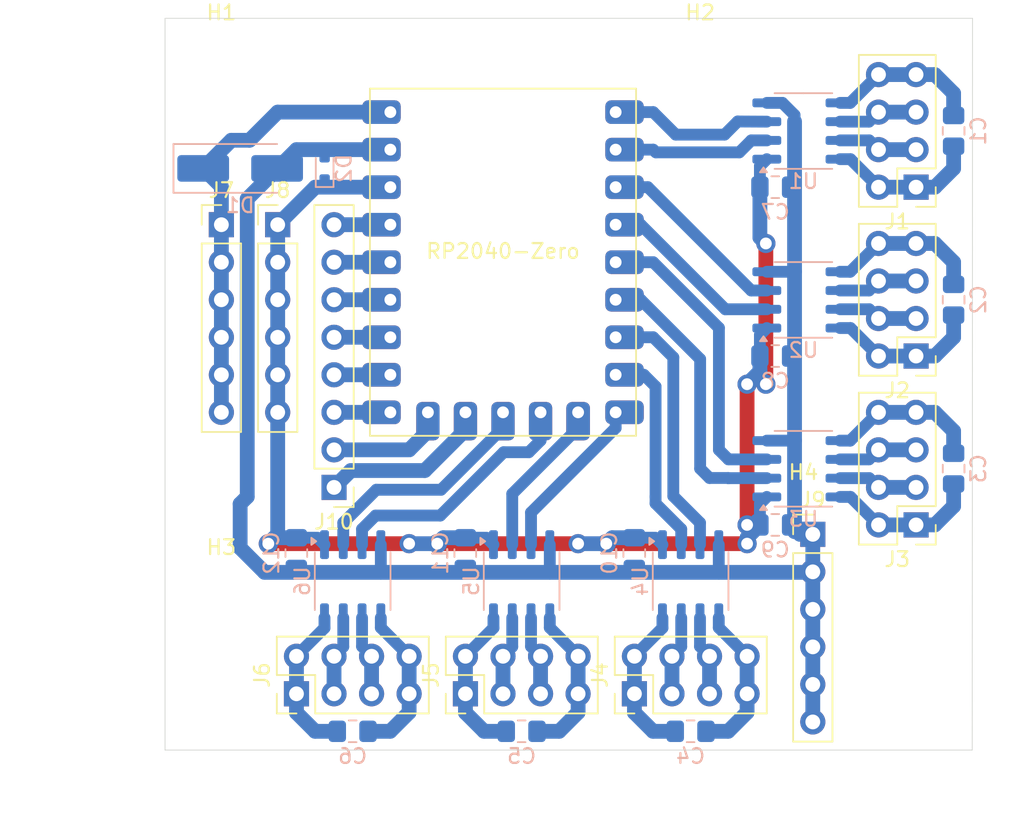
<source format=kicad_pcb>
(kicad_pcb (version 20240108) (generator "pcbnew") (generator_version "8.0")
  (layers (0 "F.Cu" signal) (31 "B.Cu" signal) (34 "B.Paste" user) (35 "F.Paste" user) (36 "B.SilkS" user "B.Silkscreen") (37 "F.SilkS" user "F.Silkscreen") (38 "B.Mask" user) (39 "F.Mask" user) (44 "Edge.Cuts" user))
  (net 0 "")
  (net 1 "/UART0_GND")
  (net 2 "/UART0_VCC")
  (net 3 "/UART1_GND")
  (net 4 "/UART1_VCC")
  (net 5 "/UART2_VCC")
  (net 6 "/UART2_GND")
  (net 7 "/UART3_GND")
  (net 8 "/UART3_VCC")
  (net 9 "/UART4_GND")
  (net 10 "/UART4_VCC")
  (net 11 "/UART5_GND")
  (net 12 "/UART5_VCC")
  (net 13 "+3V3")
  (net 14 "GND")
  (net 15 "+5V")
  (net 16 "Net-(J10-Pin_7)")
  (net 17 "Net-(J10-Pin_5)")
  (net 18 "Net-(J10-Pin_2)")
  (net 19 "Net-(J10-Pin_6)")
  (net 20 "Net-(J10-Pin_8)")
  (net 21 "Net-(J10-Pin_3)")
  (net 22 "Net-(J10-Pin_1)")
  (net 23 "Net-(J10-Pin_4)")
  (net 24 "/UART0_RX")
  (net 25 "/UART0_TX")
  (net 26 "/TX0")
  (net 27 "/RX0")
  (net 28 "/TX1")
  (net 29 "/RX1")
  (net 30 "/UART1_RX")
  (net 31 "/UART1_TX")
  (net 32 "/UART2_RX")
  (net 33 "/RX2")
  (net 34 "/UART2_TX")
  (net 35 "/TX2")
  (net 36 "/RX3")
  (net 37 "/TX3")
  (net 38 "/UART3_TX")
  (net 39 "/UART3_RX")
  (net 40 "/RX4")
  (net 41 "/UART4_RX")
  (net 42 "/UART4_TX")
  (net 43 "/TX4")
  (net 44 "/RX5")
  (net 45 "/UART5_RX")
  (net 46 "/TX5")
  (net 47 "/UART5_TX")
  (footprint "Connector_PinHeader_2.54mm:PinHeader_2x04_P2.54mm_Vertical" (layer "F.Cu") (at 72.39 123.19 90)
    (property "Reference" "J6")
    (property "Value" "Conn_02x04_Odd_Even")
  )
  (footprint "Connector_PinHeader_2.54mm:PinHeader_1x06_P2.54mm_Vertical" (layer "F.Cu") (at 107.315 112.395)
    (property "Reference" "J9")
    (property "Value" "Conn_01x06_Pin")
  )
  (footprint "Connector_PinHeader_2.54mm:PinHeader_2x04_P2.54mm_Vertical" (layer "F.Cu") (at 83.82 123.19 90)
    (property "Reference" "J5")
    (property "Value" "Conn_02x04_Odd_Even")
  )
  (footprint "Connector_PinHeader_2.54mm:PinHeader_2x04_P2.54mm_Vertical" (layer "F.Cu") (at 114.3 100.33 180)
    (property "Reference" "J2")
    (property "Value" "Conn_02x04_Odd_Even")
  )
  (footprint "Connector_PinHeader_2.54mm:PinHeader_2x04_P2.54mm_Vertical" (layer "F.Cu") (at 95.25 123.19 90)
    (property "Reference" "J4")
    (property "Value" "Conn_02x04_Odd_Even")
  )
  (footprint "Connector_PinHeader_2.54mm:PinHeader_2x04_P2.54mm_Vertical" (layer "F.Cu") (at 114.3 88.9 180)
    (property "Reference" "J1")
    (property "Value" "Conn_02x04_Odd_Even")
  )
  (footprint "Connector_PinHeader_2.54mm:PinHeader_1x06_P2.54mm_Vertical" (layer "F.Cu") (at 71.12 91.44)
    (property "Reference" "J8")
    (property "Value" "Conn_01x06_Pin")
  )
  (footprint "ondra:RP2040-Zero" (layer "F.Cu") (at 76.2 106.68)
    (property "Reference" "U7")
    (property "Value" "RP2040-Zero")
  )
  (footprint "Connector_PinHeader_2.54mm:PinHeader_1x08_P2.54mm_Vertical" (layer "F.Cu") (at 74.93 109.22 180)
    (property "Reference" "J10")
    (property "Value" "Conn_01x08_Pin")
  )
  (footprint "MountingHole:MountingHole_3.2mm_M3" (layer "F.Cu") (at 67.31 117.475)
    (property "Reference" "H3")
    (property "Value" "MountingHole")
  )
  (footprint "Connector_PinHeader_2.54mm:PinHeader_2x04_P2.54mm_Vertical" (layer "F.Cu") (at 114.3 111.76 180)
    (property "Reference" "J3")
    (property "Value" "Conn_02x04_Odd_Even")
  )
  (footprint "MountingHole:MountingHole_3.2mm_M3" (layer "F.Cu") (at 99.695 81.28)
    (property "Reference" "H2")
    (property "Value" "MountingHole")
  )
  (footprint "Connector_PinHeader_2.54mm:PinHeader_1x06_P2.54mm_Vertical" (layer "F.Cu") (at 67.31 91.44)
    (property "Reference" "J7")
    (property "Value" "Conn_01x06_Pin")
  )
  (footprint "MountingHole:MountingHole_3.2mm_M3" (layer "F.Cu") (at 67.31 81.28)
    (property "Reference" "H1")
    (property "Value" "MountingHole")
  )
  (footprint "MountingHole:MountingHole_3.2mm_M3" (layer "F.Cu") (at 113.03 117.475)
    (property "Reference" "H4")
    (property "Value" "MountingHole")
  )
  (footprint "Capacitor_SMD:C_0805_2012Metric_Pad1.18x1.45mm_HandSolder" (layer "B.Cu") (at 116.84 96.52 90)
    (property "Reference" "C2")
    (property "Value" "100n")
  )
  (footprint "Package_SO:SOIC-8_3.9x4.9mm_P1.27mm" (layer "B.Cu") (at 106.68 96.53)
    (property "Reference" "U2")
    (property "Value" "Π122M30")
  )
  (footprint "Capacitor_SMD:C_0805_2012Metric_Pad1.18x1.45mm_HandSolder" (layer "B.Cu") (at 76.19 125.73)
    (property "Reference" "C6")
    (property "Value" "100n")
  )
  (footprint "Capacitor_SMD:C_0805_2012Metric_Pad1.18x1.45mm_HandSolder" (layer "B.Cu") (at 95.24 113.665 -90)
    (property "Reference" "C10")
    (property "Value" "100n")
  )
  (footprint "Diode_SMD:D_SMA_Handsoldering" (layer "B.Cu") (at 68.58 87.63)
    (property "Reference" "D1")
    (property "Value" "P4SMAJ5.0A")
  )
  (footprint "Capacitor_SMD:C_0805_2012Metric_Pad1.18x1.45mm_HandSolder" (layer "B.Cu") (at 72.38 113.665 -90)
    (property "Reference" "C12")
    (property "Value" "100n")
  )
  (footprint "Package_SO:SOIC-8_3.9x4.9mm_P1.27mm" (layer "B.Cu") (at 99.05 115.57 -90)
    (property "Reference" "U4")
    (property "Value" "Π122M30")
  )
  (footprint "Package_SO:SOIC-8_3.9x4.9mm_P1.27mm" (layer "B.Cu") (at 87.62 115.57 -90)
    (property "Reference" "U5")
    (property "Value" "Π122M30")
  )
  (footprint "Capacitor_SMD:C_0805_2012Metric_Pad1.18x1.45mm_HandSolder" (layer "B.Cu") (at 104.775 100.33)
    (property "Reference" "C8")
    (property "Value" "100n")
  )
  (footprint "Diode_SMD:D_SOD-523" (layer "B.Cu") (at 74.295 87.63 90)
    (property "Reference" "D2")
    (property "Value" "ESD5Z3.3T1G")
  )
  (footprint "Capacitor_SMD:C_0805_2012Metric_Pad1.18x1.45mm_HandSolder" (layer "B.Cu") (at 116.84 85.09 90)
    (property "Reference" "C1")
    (property "Value" "100n")
  )
  (footprint "Package_SO:SOIC-8_3.9x4.9mm_P1.27mm" (layer "B.Cu") (at 106.68 107.96)
    (property "Reference" "U3")
    (property "Value" "Π122M30")
  )
  (footprint "Capacitor_SMD:C_0805_2012Metric_Pad1.18x1.45mm_HandSolder" (layer "B.Cu") (at 104.775 111.76)
    (property "Reference" "C9")
    (property "Value" "100n")
  )
  (footprint "Capacitor_SMD:C_0805_2012Metric_Pad1.18x1.45mm_HandSolder" (layer "B.Cu") (at 99.05 125.73)
    (property "Reference" "C4")
    (property "Value" "100n")
  )
  (footprint "Capacitor_SMD:C_0805_2012Metric_Pad1.18x1.45mm_HandSolder" (layer "B.Cu") (at 104.775 88.9)
    (property "Reference" "C7")
    (property "Value" "100n")
  )
  (footprint "Capacitor_SMD:C_0805_2012Metric_Pad1.18x1.45mm_HandSolder" (layer "B.Cu") (at 87.62 125.73)
    (property "Reference" "C5")
    (property "Value" "100n")
  )
  (footprint "Capacitor_SMD:C_0805_2012Metric_Pad1.18x1.45mm_HandSolder" (layer "B.Cu") (at 116.84 107.95 90)
    (property "Reference" "C3")
    (property "Value" "100n")
  )
  (footprint "Package_SO:SOIC-8_3.9x4.9mm_P1.27mm" (layer "B.Cu") (at 106.68 85.1)
    (property "Reference" "U1")
    (property "Value" "Π122M30")
  )
  (footprint "Capacitor_SMD:C_0805_2012Metric_Pad1.18x1.45mm_HandSolder" (layer "B.Cu") (at 83.81 113.665 -90)
    (property "Reference" "C11")
    (property "Value" "100n")
  )
  (footprint "Package_SO:SOIC-8_3.9x4.9mm_P1.27mm" (layer "B.Cu") (at 76.19 115.57 -90)
    (property "Reference" "U6")
    (property "Value" "Π122M30")
  )
  (gr_line (start 63.5 127) (end 118.1 127) (stroke (width 0.05)) (layer "Edge.Cuts"))
  (gr_line (start 63.5 77.47) (end 63.5 127) (stroke (width 0.05)) (layer "Edge.Cuts"))
  (gr_line (start 118.12 77.47) (end 63.5 77.47) (stroke (width 0.05)) (layer "Edge.Cuts"))
  (gr_line (start 118.1 127) (end 118.12 77.47) (stroke (width 0.05)) (layer "Edge.Cuts"))
  (segment (start 116.84 82.55) (end 116.84 83.5275) (width 1) (layer "B.Cu") (net 1))
  (segment (start 109.155 83.195) (end 109.845 83.195) (width 0.8) (layer "B.Cu") (net 1))
  (segment (start 111.76 81.28) (end 114.3 81.28) (width 1) (layer "B.Cu") (net 1))
  (segment (start 114.3 81.28) (end 115.57 81.28) (width 1) (layer "B.Cu") (net 1))
  (segment (start 115.57 81.28) (end 116.84 82.55) (width 1) (layer "B.Cu") (net 1))
  (segment (start 109.845 83.195) (end 111.76 81.28) (width 0.8) (layer "B.Cu") (net 1))
  (segment (start 115.57 88.9) (end 116.84 87.63) (width 1) (layer "B.Cu") (net 2))
  (segment (start 116.84 87.63) (end 116.84 86.6525) (width 1) (layer "B.Cu") (net 2))
  (segment (start 109.865 87.005) (end 111.76 88.9) (width 0.8) (layer "B.Cu") (net 2))
  (segment (start 109.155 87.005) (end 109.865 87.005) (width 0.8) (layer "B.Cu") (net 2))
  (segment (start 114.3 88.9) (end 115.57 88.9) (width 1) (layer "B.Cu") (net 2))
  (segment (start 114.3 88.9) (end 111.76 88.9) (width 1) (layer "B.Cu") (net 2))
  (segment (start 115.57 92.71) (end 116.84 93.98) (width 1) (layer "B.Cu") (net 3))
  (segment (start 109.155 94.625) (end 109.845 94.625) (width 0.8) (layer "B.Cu") (net 3))
  (segment (start 111.76 92.71) (end 114.3 92.71) (width 1) (layer "B.Cu") (net 3))
  (segment (start 109.845 94.625) (end 111.76 92.71) (width 0.8) (layer "B.Cu") (net 3))
  (segment (start 114.3 92.71) (end 115.57 92.71) (width 1) (layer "B.Cu") (net 3))
  (segment (start 116.84 93.98) (end 116.84 94.9575) (width 1) (layer "B.Cu") (net 3))
  (segment (start 116.84 99.06) (end 116.84 98.0825) (width 1) (layer "B.Cu") (net 4))
  (segment (start 114.3 100.33) (end 111.76 100.33) (width 1) (layer "B.Cu") (net 4))
  (segment (start 109.865 98.435) (end 111.76 100.33) (width 0.8) (layer "B.Cu") (net 4))
  (segment (start 115.57 100.33) (end 116.84 99.06) (width 1) (layer "B.Cu") (net 4))
  (segment (start 109.155 98.435) (end 109.865 98.435) (width 0.8) (layer "B.Cu") (net 4))
  (segment (start 114.3 100.33) (end 115.57 100.33) (width 1) (layer "B.Cu") (net 4))
  (segment (start 116.84 110.49) (end 116.84 109.5125) (width 1) (layer "B.Cu") (net 5))
  (segment (start 115.57 111.76) (end 116.84 110.49) (width 1) (layer "B.Cu") (net 5))
  (segment (start 114.3 111.76) (end 115.57 111.76) (width 1) (layer "B.Cu") (net 5))
  (segment (start 109.155 109.865) (end 109.865 109.865) (width 0.8) (layer "B.Cu") (net 5))
  (segment (start 109.865 109.865) (end 111.76 111.76) (width 0.8) (layer "B.Cu") (net 5))
  (segment (start 114.3 111.76) (end 111.76 111.76) (width 1) (layer "B.Cu") (net 5))
  (segment (start 111.76 104.14) (end 114.3 104.14) (width 1) (layer "B.Cu") (net 6))
  (segment (start 116.84 105.41) (end 116.84 106.3875) (width 1) (layer "B.Cu") (net 6))
  (segment (start 115.57 104.14) (end 116.84 105.41) (width 1) (layer "B.Cu") (net 6))
  (segment (start 109.155 106.055) (end 109.845 106.055) (width 0.8) (layer "B.Cu") (net 6))
  (segment (start 114.3 104.14) (end 115.57 104.14) (width 1) (layer "B.Cu") (net 6))
  (segment (start 109.845 106.055) (end 111.76 104.14) (width 0.8) (layer "B.Cu") (net 6))
  (segment (start 100.955 118.715) (end 102.87 120.63) (width 0.8) (layer "B.Cu") (net 7))
  (segment (start 100.6125 125.73) (end 101.59 125.73) (width 1) (layer "B.Cu") (net 7))
  (segment (start 100.955 118.045) (end 100.955 118.715) (width 0.8) (layer "B.Cu") (net 7))
  (segment (start 102.87 124.45) (end 102.87 123.17) (width 1) (layer "B.Cu") (net 7))
  (segment (start 102.87 123.17) (end 102.87 120.63) (width 1) (layer "B.Cu") (net 7))
  (segment (start 101.59 125.73) (end 102.87 124.45) (width 1) (layer "B.Cu") (net 7))
  (segment (start 95.25 120.63) (end 95.25 123.17) (width 1) (layer "B.Cu") (net 8))
  (segment (start 96.51 125.73) (end 97.4875 125.73) (width 1) (layer "B.Cu") (net 8))
  (segment (start 95.25 123.17) (end 95.25 124.47) (width 1) (layer "B.Cu") (net 8))
  (segment (start 95.25 124.47) (end 96.51 125.73) (width 1) (layer "B.Cu") (net 8))
  (segment (start 97.145 118.735) (end 95.25 120.63) (width 0.8) (layer "B.Cu") (net 8))
  (segment (start 97.145 118.045) (end 97.145 118.735) (width 0.8) (layer "B.Cu") (net 8))
  (segment (start 89.525 118.715) (end 91.44 120.63) (width 0.8) (layer "B.Cu") (net 9))
  (segment (start 89.525 118.045) (end 89.525 118.715) (width 0.8) (layer "B.Cu") (net 9))
  (segment (start 90.16 125.73) (end 91.44 124.45) (width 1) (layer "B.Cu") (net 9))
  (segment (start 89.1825 125.73) (end 90.16 125.73) (width 1) (layer "B.Cu") (net 9))
  (segment (start 91.44 123.17) (end 91.44 120.63) (width 1) (layer "B.Cu") (net 9))
  (segment (start 91.44 124.45) (end 91.44 123.17) (width 1) (layer "B.Cu") (net 9))
  (segment (start 85.715 118.045) (end 85.715 118.735) (width 0.8) (layer "B.Cu") (net 10))
  (segment (start 85.08 125.73) (end 86.0575 125.73) (width 1) (layer "B.Cu") (net 10))
  (segment (start 83.82 120.63) (end 83.82 123.17) (width 1) (layer "B.Cu") (net 10))
  (segment (start 85.715 118.735) (end 83.82 120.63) (width 0.8) (layer "B.Cu") (net 10))
  (segment (start 83.82 123.17) (end 83.82 124.47) (width 1) (layer "B.Cu") (net 10))
  (segment (start 83.82 124.47) (end 85.08 125.73) (width 1) (layer "B.Cu") (net 10))
  (segment (start 78.095 118.715) (end 80.01 120.63) (width 0.8) (layer "B.Cu") (net 11))
  (segment (start 78.73 125.73) (end 80.01 124.45) (width 1) (layer "B.Cu") (net 11))
  (segment (start 80.01 124.45) (end 80.01 123.17) (width 1) (layer "B.Cu") (net 11))
  (segment (start 77.7525 125.73) (end 78.73 125.73) (width 1) (layer "B.Cu") (net 11))
  (segment (start 78.095 118.045) (end 78.095 118.715) (width 0.8) (layer "B.Cu") (net 11))
  (segment (start 80.01 123.17) (end 80.01 120.63) (width 1) (layer "B.Cu") (net 11))
  (segment (start 73.65 125.73) (end 72.39 124.47) (width 1) (layer "B.Cu") (net 12))
  (segment (start 74.6275 125.73) (end 73.65 125.73) (width 1) (layer "B.Cu") (net 12))
  (segment (start 74.285 118.045) (end 74.285 118.735) (width 0.8) (layer "B.Cu") (net 12))
  (segment (start 72.39 120.63) (end 72.39 123.17) (width 1) (layer "B.Cu") (net 12))
  (segment (start 72.39 124.47) (end 72.39 123.17) (width 1) (layer "B.Cu") (net 12))
  (segment (start 74.285 118.735) (end 72.39 120.63) (width 0.8) (layer "B.Cu") (net 12))
  (segment (start 104.14 102.235) (end 104.14 92.71) (width 1) (layer "F.Cu") (net 13))
  (segment (start 81.915 113.03) (end 91.44 113.03) (width 1) (layer "F.Cu") (net 13))
  (segment (start 93.345 113.03) (end 102.87 113.03) (width 1) (layer "F.Cu") (net 13))
  (segment (start 102.87 111.76) (end 102.87 102.235) (width 1) (layer "F.Cu") (net 13))
  (segment (start 80.01 113.03) (end 70.485 113.03) (width 1) (layer "F.Cu") (net 13))
  (via (at 81.915 113.03) (size 1.3) (drill 0.8) (layers "F.Cu" "B.Cu") (net 13))
  (via (at 102.87 102.235) (size 1.3) (drill 0.8) (layers "F.Cu" "B.Cu") (net 13))
  (via (at 104.14 92.71) (size 1.3) (drill 0.8) (layers "F.Cu" "B.Cu") (net 13))
  (via (at 70.485 113.03) (size 1.3) (drill 0.8) (layers "F.Cu" "B.Cu") (net 13))
  (via (at 102.87 113.03) (size 1.3) (drill 0.8) (layers "F.Cu" "B.Cu") (net 13))
  (via (at 102.87 111.76) (size 1.3) (drill 0.8) (layers "F.Cu" "B.Cu") (net 13))
  (via (at 80.01 113.03) (size 1.3) (drill 0.8) (layers "F.Cu" "B.Cu") (net 13))
  (via (at 91.44 113.03) (size 1.3) (drill 0.8) (layers "F.Cu" "B.Cu") (net 13))
  (via (at 104.14 102.235) (size 1.3) (drill 0.8) (layers "F.Cu" "B.Cu") (net 13))
  (via (at 93.345 113.03) (size 1.3) (drill 0.8) (layers "F.Cu" "B.Cu") (net 13))
  (segment (start 102.87 112.6275) (end 103.7375 111.76) (width 1) (layer "B.Cu") (net 13))
  (segment (start 103.7375 111.76) (end 102.87 111.76) (width 1) (layer "B.Cu") (net 13))
  (segment (start 103.7375 101.8325) (end 104.14 102.235) (width 1) (layer "B.Cu") (net 13))
  (segment (start 96.6775 112.6275) (end 97.145 113.095) (width 0.8) (layer "B.Cu") (net 13))
  (segment (start 73.8175 112.6275) (end 74.285 113.095) (width 0.8) (layer "B.Cu") (net 13))
  (segment (start 81.915 113.03) (end 80.01 113.03) (width 1) (layer "B.Cu") (net 13))
  (segment (start 103.7375 101.3675) (end 103.7375 101.8325) (width 1) (layer "B.Cu") (net 13))
  (segment (start 103.7375 92.3075) (end 104.14 92.71) (width 1) (layer "B.Cu") (net 13))
  (segment (start 95.24 112.6275) (end 93.7475 112.6275) (width 1) (layer "B.Cu") (net 13))
  (segment (start 82.3175 112.6275) (end 81.915 113.03) (width 1) (layer "B.Cu") (net 13))
  (segment (start 91.44 113.03) (end 93.345 113.03) (width 1) (layer "B.Cu") (net 13))
  (segment (start 70.8875 112.6275) (end 70.485 113.03) (width 1) (layer "B.Cu") (net 13))
  (segment (start 103.7375 101.3675) (end 102.87 102.235) (width 1) (layer "B.Cu") (net 13))
  (segment (start 103.7375 100.33) (end 103.7375 98.9025) (width 0.8) (layer "B.Cu") (net 13))
  (segment (start 102.87 113.03) (end 102.87 112.6275) (width 1) (layer "B.Cu") (net 13))
  (segment (start 103.7375 87.4725) (end 104.205 87.005) (width 0.8) (layer "B.Cu") (net 13))
  (segment (start 103.7375 98.9025) (end 104.205 98.435) (width 0.8) (layer "B.Cu") (net 13))
  (segment (start 83.81 112.6275) (end 82.3175 112.6275) (width 1) (layer "B.Cu") (net 13))
  (segment (start 71.12 112.395) (end 70.8875 112.6275) (width 1) (layer "B.Cu") (net 13))
  (segment (start 71.12 104.14) (end 71.12 112.395) (width 1) (layer "B.Cu") (net 13))
  (segment (start 103.7375 110.3325) (end 104.205 109.865) (width 0.8) (layer "B.Cu") (net 13))
  (segment (start 85.2475 112.6275) (end 85.715 113.095) (width 0.8) (layer "B.Cu") (net 13))
  (segment (start 72.2225 112.6275) (end 73.66 112.6275) (width 0.8) (layer "B.Cu") (net 13))
  (segment (start 71.12 91.44) (end 73.66 88.9) (width 1) (layer "B.Cu") (net 13))
  (segment (start 72.38 112.6275) (end 70.8875 112.6275) (width 1) (layer "B.Cu") (net 13))
  (segment (start 95.0825 112.6275) (end 96.52 112.6275) (width 0.8) (layer "B.Cu") (net 13))
  (segment (start 103.7375 88.9) (end 103.7375 92.3075) (width 1) (layer "B.Cu") (net 13))
  (segment (start 103.7375 88.9) (end 103.7375 87.4725) (width 0.8) (layer "B.Cu") (net 13))
  (segment (start 78.74 88.9) (end 73.66 88.9) (width 1) (layer "B.Cu") (net 13))
  (segment (start 83.6525 112.6275) (end 85.09 112.6275) (width 0.8) (layer "B.Cu") (net 13))
  (segment (start 71.12 104.14) (end 71.12 91.44) (width 1) (layer "B.Cu") (net 13))
  (segment (start 103.7375 111.76) (end 103.7375 110.3325) (width 0.8) (layer "B.Cu") (net 13))
  (segment (start 93.7475 112.6275) (end 93.345 113.03) (width 1) (layer "B.Cu") (net 13))
  (segment (start 103.7375 100.33) (end 103.7375 101.3675) (width 1) (layer "B.Cu") (net 13))
  (segment (start 106.07 94.625) (end 106.08 94.615) (width 0.8) (layer "B.Cu") (net 14))
  (segment (start 69.06 89.69) (end 72.39 86.36) (width 1) (layer "B.Cu") (net 14))
  (segment (start 106.08 106.045) (end 106.08 94.615) (width 1) (layer "B.Cu") (net 14))
  (segment (start 104.205 106.055) (end 106.07 106.055) (width 0.8) (layer "B.Cu") (net 14))
  (segment (start 78.095 113.095) (end 78.095 114.97) (width 0.8) (layer "B.Cu") (net 14))
  (segment (start 104.205 94.625) (end 106.07 94.625) (width 0.8) (layer "B.Cu") (net 14))
  (segment (start 106.08 84.01734) (end 106.08 84.455) (width 0.8) (layer "B.Cu") (net 14))
  (segment (start 89.525 113.095) (end 89.525 114.97) (width 0.8) (layer "B.Cu") (net 14))
  (segment (start 68.58 113.317032) (end 68.58 110.335) (width 1) (layer "B.Cu") (net 14))
  (segment (start 70.232968 114.97) (end 68.58 113.317032) (width 1) (layer "B.Cu") (net 14))
  (segment (start 68.58 110.335) (end 69.06 109.855) (width 1) (layer "B.Cu") (net 14))
  (segment (start 78.095 114.97) (end 89.525 114.97) (width 1) (layer "B.Cu") (net 14))
  (segment (start 106.08 112.2175) (end 106.08 106.045) (width 1) (layer "B.Cu") (net 14))
  (segment (start 69.06 109.855) (end 69.06 89.69) (width 1) (layer "B.Cu") (net 14))
  (segment (start 104.205 83.195) (end 105.25766 83.195) (width 0.8) (layer "B.Cu") (net 14))
  (segment (start 105.25766 83.195) (end 106.08 84.01734) (width 0.8) (layer "B.Cu") (net 14))
  (segment (start 106.07 106.055) (end 106.08 106.045) (width 0.8) (layer "B.Cu") (net 14))
  (segment (start 78.095 114.97) (end 70.232968 114.97) (width 1) (layer "B.Cu") (net 14))
  (segment (start 106.08 94.615) (end 106.08 84.455) (width 1) (layer "B.Cu") (net 14))
  (segment (start 107.315 125.095) (end 107.315 112.395) (width 1) (layer "B.Cu") (net 14))
  (segment (start 106.4475 112.395) (end 105.8125 111.76) (width 1) (layer "B.Cu") (net 14))
  (segment (start 72.39 86.36) (end 78.74 86.36) (width 1) (layer "B.Cu") (net 14))
  (segment (start 107.28 114.97) (end 107.315 114.935) (width 1) (layer "B.Cu") (net 14))
  (segment (start 100.955 113.095) (end 100.955 114.97) (width 0.8) (layer "B.Cu") (net 14))
  (segment (start 89.525 114.97) (end 100.955 114.97) (width 1) (layer "B.Cu") (net 14))
  (segment (start 100.955 114.97) (end 107.28 114.97) (width 1) (layer "B.Cu") (net 14))
  (segment (start 107.315 112.395) (end 106.4475 112.395) (width 1) (layer "B.Cu") (net 14))
  (segment (start 67.31 104.14) (end 67.31 91.44) (width 1) (layer "B.Cu") (net 15))
  (segment (start 67.31 88.86) (end 66.08 87.63) (width 1) (layer "B.Cu") (net 15))
  (segment (start 71.12 83.82) (end 69.215 85.725) (width 1) (layer "B.Cu") (net 15))
  (segment (start 78.74 83.82) (end 71.12 83.82) (width 1) (layer "B.Cu") (net 15))
  (segment (start 69.215 85.725) (end 67.985 85.725) (width 1) (layer "B.Cu") (net 15))
  (segment (start 67.985 85.725) (end 66.08 87.63) (width 1) (layer "B.Cu") (net 15))
  (segment (start 67.31 91.44) (end 67.31 88.86) (width 1) (layer "B.Cu") (net 15))
  (segment (start 78.74 93.98) (end 74.93 93.98) (width 1) (layer "B.Cu") (net 16))
  (segment (start 78.74 99.06) (end 74.93 99.06) (width 1) (layer "B.Cu") (net 17))
  (segment (start 81.28 105.41) (end 80.01 106.68) (width 1) (layer "B.Cu") (net 18))
  (segment (start 81.28 104.14) (end 81.28 105.41) (width 1) (layer "B.Cu") (net 18))
  (segment (start 80.01 106.68) (end 74.93 106.68) (width 1) (layer "B.Cu") (net 18))
  (segment (start 74.93 96.52) (end 78.74 96.52) (width 1) (layer "B.Cu") (net 19))
  (segment (start 74.93 91.44) (end 78.74 91.44) (width 1) (layer "B.Cu") (net 20))
  (segment (start 78.74 104.14) (end 74.93 104.14) (width 1) (layer "B.Cu") (net 21))
  (segment (start 83.82 105.32957) (end 81.06957 108.08) (width 1) (layer "B.Cu") (net 22))
  (segment (start 83.82 104.14) (end 83.82 105.32957) (width 1) (layer "B.Cu") (net 22))
  (segment (start 81.06957 108.08) (end 76.07 108.08) (width 1) (layer "B.Cu") (net 22))
  (segment (start 76.07 108.08) (end 74.93 109.22) (width 1) (layer "B.Cu") (net 22))
  (segment (start 74.93 101.6) (end 78.74 101.6) (width 1) (layer "B.Cu") (net 23))
  (segment (start 109.155 85.735) (end 111.135 85.735) (width 0.8) (layer "B.Cu") (net 24))
  (segment (start 111.76 86.36) (end 114.3 86.36) (width 1) (layer "B.Cu") (net 24))
  (segment (start 111.135 85.735) (end 111.76 86.36) (width 0.8) (layer "B.Cu") (net 24))
  (segment (start 114.3 83.82) (end 111.76 83.82) (width 1) (layer "B.Cu") (net 25))
  (segment (start 109.155 84.465) (end 111.115 84.465) (width 0.8) (layer "B.Cu") (net 25))
  (segment (start 111.115 84.465) (end 111.76 83.82) (width 0.8) (layer "B.Cu") (net 25))
  (segment (start 96.52 83.82) (end 98.044 85.344) (width 0.8) (layer "B.Cu") (net 26))
  (segment (start 98.044 85.344) (end 101.346 85.344) (width 0.8) (layer "B.Cu") (net 26))
  (segment (start 102.235 84.455) (end 104.205 84.465) (width 0.8) (layer "B.Cu") (net 26))
  (segment (start 101.346 85.344) (end 102.235 84.455) (width 0.8) (layer "B.Cu") (net 26))
  (segment (start 93.98 83.82) (end 96.52 83.82) (width 0.8) (layer "B.Cu") (net 26))
  (segment (start 102.34334 86.544) (end 103.15234 85.735) (width 0.8) (layer "B.Cu") (net 27))
  (segment (start 93.98 86.36) (end 96.52 86.36) (width 0.8) (layer "B.Cu") (net 27))
  (segment (start 96.52 86.36) (end 96.704 86.544) (width 0.8) (layer "B.Cu") (net 27))
  (segment (start 96.704 86.544) (end 102.34334 86.544) (width 0.8) (layer "B.Cu") (net 27))
  (segment (start 103.15234 85.735) (end 104.205 85.735) (width 0.8) (layer "B.Cu") (net 27))
  (segment (start 96.15734 88.9) (end 93.98 88.9) (width 0.8) (layer "B.Cu") (net 28))
  (segment (start 103.15234 95.895) (end 96.15734 88.9) (width 0.8) (layer "B.Cu") (net 28))
  (segment (start 104.205 95.895) (end 103.15234 95.895) (width 0.8) (layer "B.Cu") (net 28))
  (segment (start 104.205 97.165) (end 101.402056 97.165) (width 0.8) (layer "B.Cu") (net 29))
  (segment (start 95.677056 91.44) (end 93.98 91.44) (width 0.8) (layer "B.Cu") (net 29))
  (segment (start 101.402056 97.165) (end 95.677056 91.44) (width 0.8) (layer "B.Cu") (net 29))
  (segment (start 111.76 97.79) (end 114.3 97.79) (width 1) (layer "B.Cu") (net 30))
  (segment (start 111.135 97.165) (end 111.76 97.79) (width 0.8) (layer "B.Cu") (net 30))
  (segment (start 109.155 97.165) (end 111.135 97.165) (width 0.8) (layer "B.Cu") (net 30))
  (segment (start 109.155 95.895) (end 111.115 95.895) (width 0.8) (layer "B.Cu") (net 31))
  (segment (start 114.3 95.25) (end 111.76 95.25) (width 1) (layer "B.Cu") (net 31))
  (segment (start 111.115 95.895) (end 111.76 95.25) (width 0.8) (layer "B.Cu") (net 31))
  (segment (start 111.76 109.22) (end 114.3 109.22) (width 1) (layer "B.Cu") (net 32))
  (segment (start 111.135 108.595) (end 111.76 109.22) (width 0.8) (layer "B.Cu") (net 32))
  (segment (start 109.155 108.595) (end 111.135 108.595) (width 0.8) (layer "B.Cu") (net 32))
  (segment (start 95.677056 96.52) (end 99.695 100.537944) (width 0.8) (layer "B.Cu") (net 33))
  (segment (start 101.61 108.595) (end 104.205 108.595) (width 0.8) (layer "B.Cu") (net 33))
  (segment (start 100.33 108.585) (end 101.6 108.585) (width 0.8) (layer "B.Cu") (net 33))
  (segment (start 101.6 108.585) (end 101.61 108.595) (width 0.8) (layer "B.Cu") (net 33))
  (segment (start 93.98 96.52) (end 95.677056 96.52) (width 0.8) (layer "B.Cu") (net 33))
  (segment (start 99.695 107.95) (end 100.33 108.585) (width 0.8) (layer "B.Cu") (net 33))
  (segment (start 99.695 100.537944) (end 99.695 107.95) (width 0.8) (layer "B.Cu") (net 33))
  (segment (start 114.3 106.68) (end 111.76 106.68) (width 1) (layer "B.Cu") (net 34))
  (segment (start 111.115 107.325) (end 111.76 106.68) (width 0.8) (layer "B.Cu") (net 34))
  (segment (start 109.155 107.325) (end 111.115 107.325) (width 0.8) (layer "B.Cu") (net 34))
  (segment (start 104.205 107.325) (end 101.61 107.325) (width 0.8) (layer "B.Cu") (net 35))
  (segment (start 100.965 106.68) (end 100.965 98.425) (width 0.8) (layer "B.Cu") (net 35))
  (segment (start 100.965 98.425) (end 96.52 93.98) (width 0.8) (layer "B.Cu") (net 35))
  (segment (start 101.61 107.325) (end 100.965 106.68) (width 0.8) (layer "B.Cu") (net 35))
  (segment (start 96.52 93.98) (end 93.98 93.98) (width 0.8) (layer "B.Cu") (net 35))
  (segment (start 96.68 102.395) (end 96.68 109.855) (width 0.8) (layer "B.Cu") (net 36))
  (segment (start 96.68 110.30734) (end 96.68 109.855) (width 0.8) (layer "B.Cu") (net 36))
  (segment (start 95.885 101.6) (end 96.68 102.395) (width 0.8) (layer "B.Cu") (net 36))
  (segment (start 98.415 112.04234) (end 96.68 110.30734) (width 0.8) (layer "B.Cu") (net 36))
  (segment (start 93.98 101.6) (end 95.885 101.6) (width 0.8) (layer "B.Cu") (net 36))
  (segment (start 98.415 113.095) (end 98.415 112.04234) (width 0.8) (layer "B.Cu") (net 36))
  (segment (start 97.88 109.810284) (end 99.685 111.615284) (width 0.8) (layer "B.Cu") (net 37))
  (segment (start 96.52 99.06) (end 97.88 100.42) (width 0.8) (layer "B.Cu") (net 37))
  (segment (start 97.88 100.42) (end 97.88 109.810284) (width 0.8) (layer "B.Cu") (net 37))
  (segment (start 93.98 99.06) (end 96.52 99.06) (width 0.8) (layer "B.Cu") (net 37))
  (segment (start 99.685 111.615284) (end 99.685 113.095) (width 0.8) (layer "B.Cu") (net 37))
  (segment (start 99.685 119.985) (end 100.33 120.63) (width 0.8) (layer "B.Cu") (net 38))
  (segment (start 100.33 120.63) (end 100.33 123.17) (width 1) (layer "B.Cu") (net 38))
  (segment (start 99.685 118.045) (end 99.685 119.985) (width 0.8) (layer "B.Cu") (net 38))
  (segment (start 98.415 118.045) (end 98.415 120.005) (width 0.8) (layer "B.Cu") (net 39))
  (segment (start 98.415 120.005) (end 97.79 120.63) (width 0.8) (layer "B.Cu") (net 39))
  (segment (start 97.79 123.17) (end 97.79 120.63) (width 1) (layer "B.Cu") (net 39))
  (segment (start 86.985 113.095) (end 86.985 109.657056) (width 0.8) (layer "B.Cu") (net 40))
  (segment (start 91.44 105.202056) (end 91.44 104.14) (width 0.8) (layer "B.Cu") (net 40))
  (segment (start 86.985 109.657056) (end 91.44 105.202056) (width 0.8) (layer "B.Cu") (net 40))
  (segment (start 86.985 118.045) (end 86.985 120.005) (width 0.8) (layer "B.Cu") (net 41))
  (segment (start 86.985 120.005) (end 86.36 120.63) (width 0.8) (layer "B.Cu") (net 41))
  (segment (start 86.36 123.17) (end 86.36 120.63) (width 1) (layer "B.Cu") (net 41))
  (segment (start 88.9 120.63) (end 88.9 123.17) (width 1) (layer "B.Cu") (net 42))
  (segment (start 88.255 118.045) (end 88.255 119.985) (width 0.8) (layer "B.Cu") (net 42))
  (segment (start 88.255 119.985) (end 88.9 120.63) (width 0.8) (layer "B.Cu") (net 42))
  (segment (start 88.255 113.095) (end 88.255 110.922058) (width 0.8) (layer "B.Cu") (net 43))
  (segment (start 93.98 105.197058) (end 93.98 104.14) (width 0.8) (layer "B.Cu") (net 43))
  (segment (start 88.255 110.922058) (end 93.98 105.197058) (width 0.8) (layer "B.Cu") (net 43))
  (segment (start 77.790284 109.38) (end 82.16815 109.38) (width 0.8) (layer "B.Cu") (net 44))
  (segment (start 75.555 113.095) (end 75.555 111.615284) (width 0.8) (layer "B.Cu") (net 44))
  (segment (start 75.555 111.615284) (end 77.790284 109.38) (width 0.8) (layer "B.Cu") (net 44))
  (segment (start 82.16815 109.38) (end 86.36 105.18815) (width 0.8) (layer "B.Cu") (net 44))
  (segment (start 86.36 105.18815) (end 86.36 104.14) (width 0.8) (layer "B.Cu") (net 44))
  (segment (start 75.555 118.045) (end 75.555 120.005) (width 0.8) (layer "B.Cu") (net 45))
  (segment (start 75.555 120.005) (end 74.93 120.63) (width 0.8) (layer "B.Cu") (net 45))
  (segment (start 74.93 123.17) (end 74.93 120.63) (width 1) (layer "B.Cu") (net 45))
  (segment (start 77.74234 111.125) (end 76.825 112.04234) (width 0.8) (layer "B.Cu") (net 46))
  (segment (start 88.105 106.84) (end 86.405206 106.84) (width 0.8) (layer "B.Cu") (net 46))
  (segment (start 88.9 104.14) (end 88.9 106.045) (width 0.8) (layer "B.Cu") (net 46))
  (segment (start 82.120206 111.125) (end 77.74234 111.125) (width 0.8) (layer "B.Cu") (net 46))
  (segment (start 76.825 112.04234) (end 76.825 113.095) (width 0.8) (layer "B.Cu") (net 46))
  (segment (start 88.9 106.045) (end 88.105 106.84) (width 0.8) (layer "B.Cu") (net 46))
  (segment (start 86.405206 106.84) (end 82.120206 111.125) (width 0.8) (layer "B.Cu") (net 46))
  (segment (start 76.825 119.985) (end 77.47 120.63) (width 0.8) (layer "B.Cu") (net 47))
  (segment (start 76.825 118.045) (end 76.825 119.985) (width 0.8) (layer "B.Cu") (net 47))
  (segment (start 77.47 120.63) (end 77.47 123.17) (width 1) (layer "B.Cu") (net 47))
)
</source>
